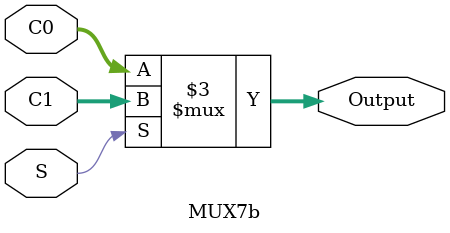
<source format=sv>
module MUX7b(C0,C1,S,Output); // C1 represent errors part in our design , C0 is counters 
input logic[7:0]C1,C0;
input logic S;
output logic[7:0]Output;
always_comb
begin
if(S)
Output=C1;
else
Output=C0;
end
endmodule

</source>
